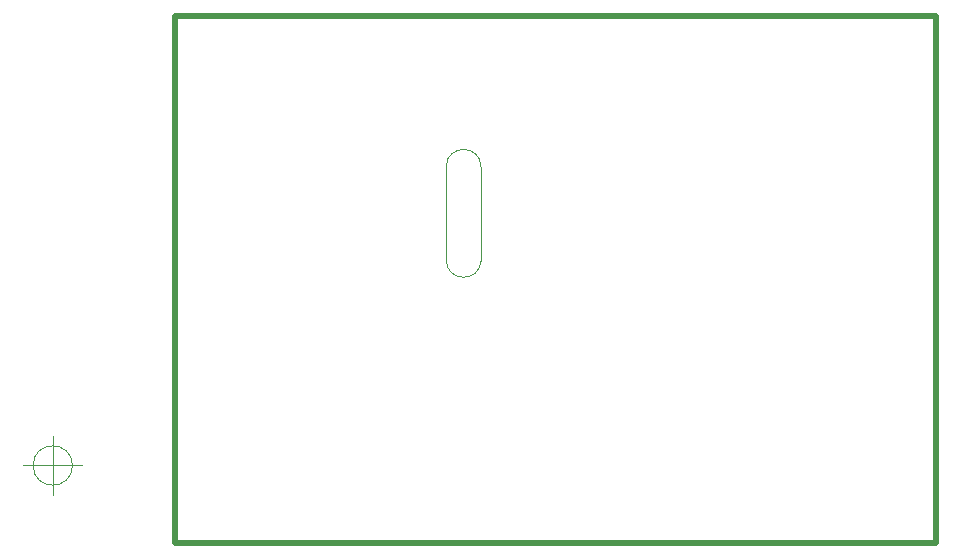
<source format=gbr>
%TF.GenerationSoftware,KiCad,Pcbnew,(5.1.5)-3*%
%TF.CreationDate,2020-10-03T11:48:19-03:00*%
%TF.ProjectId,interruptor_bluetooth V1.0,696e7465-7272-4757-9074-6f725f626c75,rev?*%
%TF.SameCoordinates,Original*%
%TF.FileFunction,Profile,NP*%
%FSLAX46Y46*%
G04 Gerber Fmt 4.6, Leading zero omitted, Abs format (unit mm)*
G04 Created by KiCad (PCBNEW (5.1.5)-3) date 2020-10-03 11:48:19*
%MOMM*%
%LPD*%
G04 APERTURE LIST*
%ADD10C,0.050000*%
%ADD11C,0.500000*%
G04 APERTURE END LIST*
D10*
X155448000Y-74726800D02*
X155446610Y-82664792D01*
X152502990Y-74662808D02*
X152501600Y-82600800D01*
X155446610Y-82664792D02*
G75*
G02X152501600Y-82600800I-1471810J63992D01*
G01*
X152502990Y-74662808D02*
G75*
G02X155448000Y-74726800I1471810J-63992D01*
G01*
D11*
X129540000Y-106553000D02*
X129540000Y-61976000D01*
X193950000Y-61976000D02*
X129540000Y-61976000D01*
X193950000Y-106553000D02*
X193950000Y-61976000D01*
X129540000Y-106553000D02*
X193950000Y-106553000D01*
D10*
X120856166Y-100012500D02*
G75*
G03X120856166Y-100012500I-1666666J0D01*
G01*
X116689500Y-100012500D02*
X121689500Y-100012500D01*
X119189500Y-97512500D02*
X119189500Y-102512500D01*
M02*

</source>
